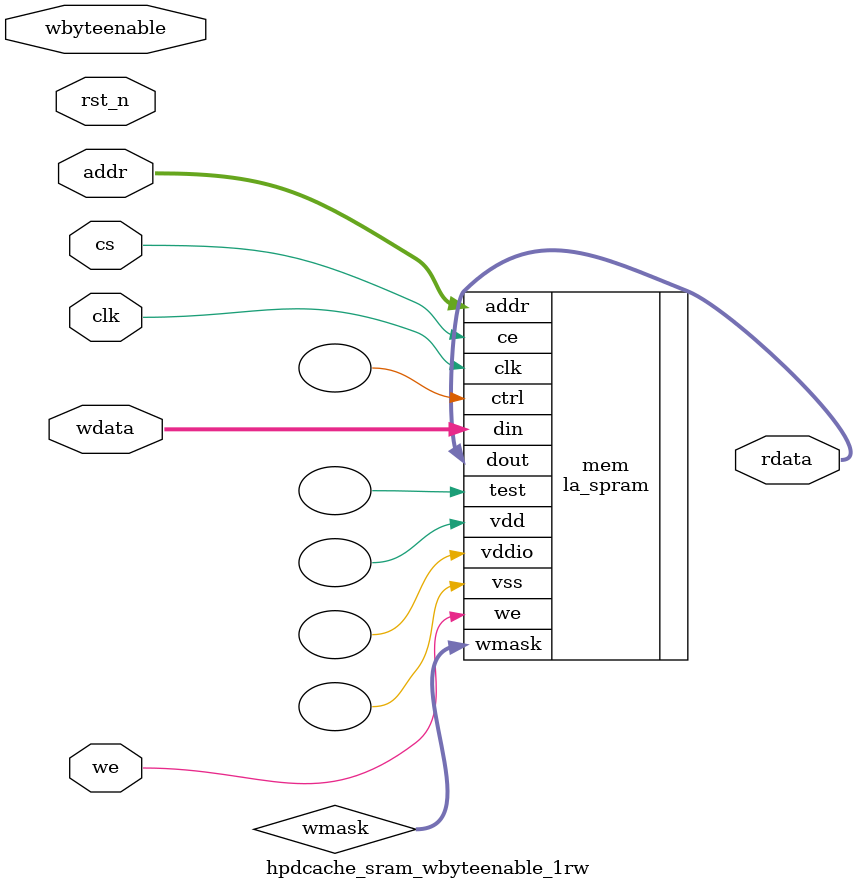
<source format=sv>
module hpdcache_sram_wbyteenable_1rw
#(
    parameter int unsigned ADDR_SIZE = 0,
    parameter int unsigned DATA_SIZE = 0,
    parameter int unsigned DEPTH = 2**ADDR_SIZE
)
(
    input  logic                   clk,
    input  logic                   rst_n,
    input  logic                   cs,
    input  logic                   we,
    input  logic [ADDR_SIZE-1:0]   addr,
    input  logic [DATA_SIZE-1:0]   wdata,
    input  logic [DATA_SIZE/8-1:0] wbyteenable,
    output logic [DATA_SIZE-1:0]   rdata
);
    logic [DATA_SIZE-1:0] wmask;

    genvar i;
    genvar j;
    generate
        for ( i = 0; i < DATA_SIZE/8; i++) begin
            for ( j = 0; j < 8; j++) begin
                assign wmask[i*8 + j] = wbyteenable[i];
            end
        end
    endgenerate

    la_spram #(.DW(DATA_SIZE), .AW(ADDR_SIZE)) mem (
        .clk(clk),
        .ce(cs),
        .we(we),
        .wmask(wmask),
        .addr(addr),
        .din(wdata),
        .dout(rdata),
        .ctrl(),
        .test(),
        .vss(),
        .vdd(),
        .vddio()
    );

endmodule : hpdcache_sram_wbyteenable_1rw

</source>
